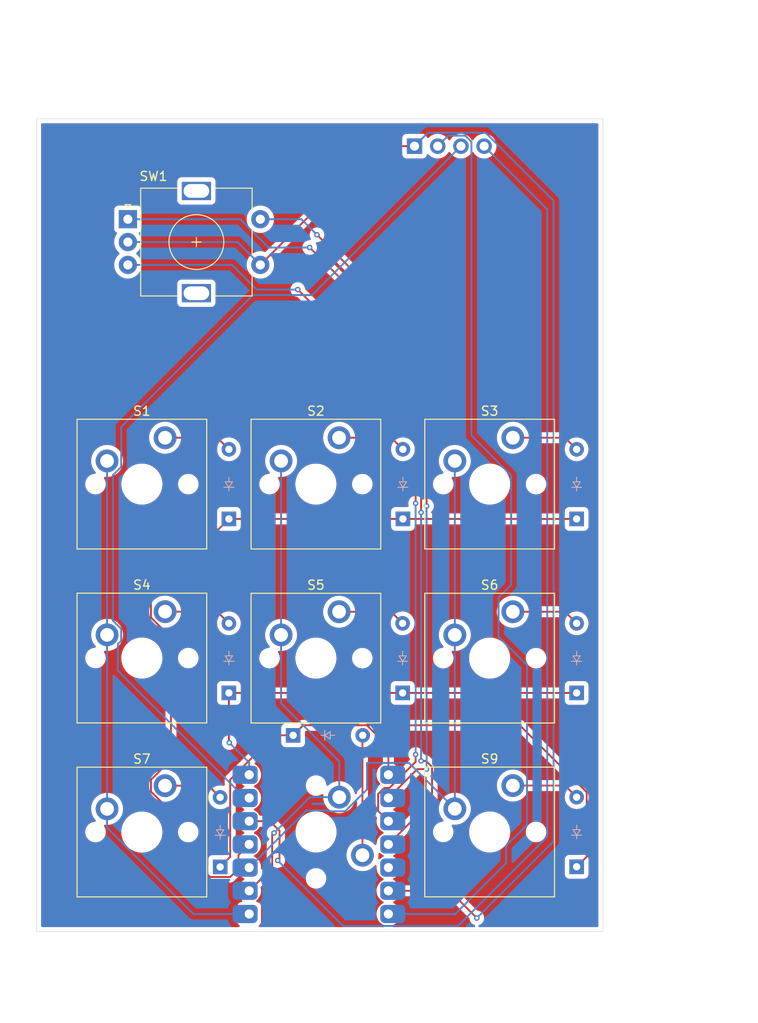
<source format=kicad_pcb>
(kicad_pcb (version 20240108) (generator "pcbnew") (generator_version "8.0")
  (layers (0 "F.Cu" signal) (31 "B.Cu" signal) (34 "B.Paste" user) (35 "F.Paste" user) (36 "B.SilkS" user "B.Silkscreen") (37 "F.SilkS" user "F.Silkscreen") (38 "B.Mask" user) (39 "F.Mask" user) (44 "Edge.Cuts" user))
  (net 0 "")
  (net 1 "ROW 0")
  (net 2 "Net-(D1-A)")
  (net 3 "Net-(D2-A)")
  (net 4 "Net-(D3-A)")
  (net 5 "Net-(D4-A)")
  (net 6 "ROW 1")
  (net 7 "Net-(D5-A)")
  (net 8 "Net-(D6-A)")
  (net 9 "Net-(D7-A)")
  (net 10 "ROW 2")
  (net 11 "Net-(D8-A)")
  (net 12 "Net-(D9-A)")
  (net 13 "COLUMN 0")
  (net 14 "COLUMN 1")
  (net 15 "COLUMN 2")
  (net 16 "SCL")
  (net 17 "GROUND")
  (net 18 "5V")
  (net 19 "SDA")
  (net 20 "RTRY B")
  (net 21 "RTRY SWITCH")
  (net 22 "RTRY A")
  (footprint "ScottoKeebs_MX:MX_PCB_1.00u" (layer "F.Cu") (at 49.5325 150.09)
    (property "Reference" "S7" (at 0 -8 0) (layer "F.SilkS"))
    (property "Value" "Keyswitch")
    (fp_line (start -7.1 -7.1) (end -7.1 7.1) (stroke (width 0.12)) (layer "F.SilkS"))
    (fp_line (start -7.1 7.1) (end 7.1 7.1) (stroke (width 0.12)) (layer "F.SilkS"))
    (fp_line (start 7.1 -7.1) (end -7.1 -7.1) (stroke (width 0.12)) (layer "F.SilkS"))
    (fp_line (start 7.1 7.1) (end 7.1 -7.1) (stroke (width 0.12)) (layer "F.SilkS"))
    (pad "" np_thru_hole circle (at -5.08 0) (size 1.75 1.75) (drill 1.75) (layers "*.Cu" "*.Mask"))
    (pad "" np_thru_hole circle (at 0 0) (size 4 4) (drill 4) (layers "*.Cu" "*.Mask"))
    (pad "" np_thru_hole circle (at 5.08 0) (size 1.75 1.75) (drill 1.75) (layers "*.Cu" "*.Mask"))
    (pad "1" thru_hole circle (at -3.81 -2.54) (size 2.5 2.5) (drill 1.5) (layers "*.Cu" "*.Mask") (net 13 "COLUMN 0"))
    (pad "2" thru_hole circle (at 2.54 -5.08) (size 2.5 2.5) (drill 1.5) (layers "*.Cu" "*.Mask") (net 9 "Net-(D7-A)"))
  )
  (footprint "ScottoKeebs_MX:MX_PCB_1.00u" (layer "F.Cu") (at 87.6025 131.05)
    (property "Reference" "S6" (at 0 -8 0) (layer "F.SilkS"))
    (property "Value" "Keyswitch")
    (fp_line (start -7.1 -7.1) (end -7.1 7.1) (stroke (width 0.12)) (layer "F.SilkS"))
    (fp_line (start -7.1 7.1) (end 7.1 7.1) (stroke (width 0.12)) (layer "F.SilkS"))
    (fp_line (start 7.1 -7.1) (end -7.1 -7.1) (stroke (width 0.12)) (layer "F.SilkS"))
    (fp_line (start 7.1 7.1) (end 7.1 -7.1) (stroke (width 0.12)) (layer "F.SilkS"))
    (pad "" np_thru_hole circle (at -5.08 0) (size 1.75 1.75) (drill 1.75) (layers "*.Cu" "*.Mask"))
    (pad "" np_thru_hole circle (at 0 0) (size 4 4) (drill 4) (layers "*.Cu" "*.Mask"))
    (pad "" np_thru_hole circle (at 5.08 0) (size 1.75 1.75) (drill 1.75) (layers "*.Cu" "*.Mask"))
    (pad "1" thru_hole circle (at -3.81 -2.54) (size 2.5 2.5) (drill 1.5) (layers "*.Cu" "*.Mask") (net 15 "COLUMN 2"))
    (pad "2" thru_hole circle (at 2.54 -5.08) (size 2.5 2.5) (drill 1.5) (layers "*.Cu" "*.Mask") (net 8 "Net-(D6-A)"))
  )
  (footprint "Rotary_Encoder:RotaryEncoder_Alps_EC11E-Switch_Vertical_H20mm" (layer "F.Cu") (at 48 83)
    (property "Reference" "SW1" (at 2.8 -4.7 0) (layer "F.SilkS"))
    (property "Value" "RotaryEncoder_Switch")
    (fp_line (start -0.3 -1.6) (end 0.3 -1.6) (stroke (width 0.12)) (layer "F.SilkS"))
    (fp_line (start 0 -1.3) (end -0.3 -1.6) (stroke (width 0.12)) (layer "F.SilkS"))
    (fp_line (start 0.3 -1.6) (end 0 -1.3) (stroke (width 0.12)) (layer "F.SilkS"))
    (fp_line (start 1.4 -3.4) (end 1.4 8.4) (stroke (width 0.12)) (layer "F.SilkS"))
    (fp_line (start 5.5 -3.4) (end 1.4 -3.4) (stroke (width 0.12)) (layer "F.SilkS"))
    (fp_line (start 5.5 8.4) (end 1.4 8.4) (stroke (width 0.12)) (layer "F.SilkS"))
    (fp_line (start 7 2.5) (end 8 2.5) (stroke (width 0.12)) (layer "F.SilkS"))
    (fp_line (start 7.5 2) (end 7.5 3) (stroke (width 0.12)) (layer "F.SilkS"))
    (fp_line (start 9.5 -3.4) (end 13.6 -3.4) (stroke (width 0.12)) (layer "F.SilkS"))
    (fp_line (start 13.6 -3.4) (end 13.6 -1) (stroke (width 0.12)) (layer "F.SilkS"))
    (fp_line (start 13.6 1.2) (end 13.6 3.8) (stroke (width 0.12)) (layer "F.SilkS"))
    (fp_line (start 13.6 6) (end 13.6 8.4) (stroke (width 0.12)) (layer "F.SilkS"))
    (fp_line (start 13.6 8.4) (end 9.5 8.4) (stroke (width 0.12)) (layer "F.SilkS"))
    (fp_circle (center 7.5 2.5) (end 10.5 2.5) (stroke (width 0.12)) (fill none) (layer "F.SilkS"))
    (pad "A" thru_hole rect (at 0 0) (size 2 2) (drill 1) (layers "*.Cu" "*.Mask") (net 22 "RTRY A"))
    (pad "B" thru_hole circle (at 0 5) (size 2 2) (drill 1) (layers "*.Cu" "*.Mask") (net 20 "RTRY B"))
    (pad "C" thru_hole circle (at 0 2.5) (size 2 2) (drill 1) (layers "*.Cu" "*.Mask") (net 17 "GROUND"))
    (pad "MP" thru_hole rect (at 7.5 -3.1) (size 3.2 2) (drill oval 2.8 1.5) (layers "*.Cu" "*.Mask"))
    (pad "MP" thru_hole rect (at 7.5 8.1) (size 3.2 2) (drill oval 2.8 1.5) (layers "*.Cu" "*.Mask"))
    (pad "S1" thru_hole circle (at 14.5 5) (size 2 2) (drill 1) (layers "*.Cu" "*.Mask") (net 17 "GROUND"))
    (pad "S2" thru_hole circle (at 14.5 0) (size 2 2) (drill 1) (layers "*.Cu" "*.Mask") (net 21 "RTRY SWITCH"))
  )
  (footprint "ScottoKeebs_MX:MX_PCB_1.00u" (layer "F.Cu") (at 68.5825 112)
    (property "Reference" "S2" (at 0 -8 0) (layer "F.SilkS"))
    (property "Value" "Keyswitch")
    (fp_line (start -7.1 -7.1) (end -7.1 7.1) (stroke (width 0.12)) (layer "F.SilkS"))
    (fp_line (start -7.1 7.1) (end 7.1 7.1) (stroke (width 0.12)) (layer "F.SilkS"))
    (fp_line (start 7.1 -7.1) (end -7.1 -7.1) (stroke (width 0.12)) (layer "F.SilkS"))
    (fp_line (start 7.1 7.1) (end 7.1 -7.1) (stroke (width 0.12)) (layer "F.SilkS"))
    (pad "" np_thru_hole circle (at -5.08 0) (size 1.75 1.75) (drill 1.75) (layers "*.Cu" "*.Mask"))
    (pad "" np_thru_hole circle (at 0 0) (size 4 4) (drill 4) (layers "*.Cu" "*.Mask"))
    (pad "" np_thru_hole circle (at 5.08 0) (size 1.75 1.75) (drill 1.75) (layers "*.Cu" "*.Mask"))
    (pad "1" thru_hole circle (at -3.81 -2.54) (size 2.5 2.5) (drill 1.5) (layers "*.Cu" "*.Mask") (net 14 "COLUMN 1"))
    (pad "2" thru_hole circle (at 2.54 -5.08) (size 2.5 2.5) (drill 1.5) (layers "*.Cu" "*.Mask") (net 3 "Net-(D2-A)"))
  )
  (footprint "ScottoKeebs_MX:MX_PCB_1.00u" (layer "F.Cu") (at 68.6 150.08 -90)
    (property "Reference" "S8" (hide yes))
    (property "Value" "Keyswitch")
    (pad "" np_thru_hole circle (at -5.08 0 270) (size 1.75 1.75) (drill 1.75) (layers "*.Cu" "*.Mask"))
    (pad "" np_thru_hole circle (at 0 0 270) (size 4 4) (drill 4) (layers "*.Cu" "*.Mask"))
    (pad "" np_thru_hole circle (at 5.08 0 270) (size 1.75 1.75) (drill 1.75) (layers "*.Cu" "*.Mask"))
    (pad "1" thru_hole circle (at -3.81 -2.54 270) (size 2.5 2.5) (drill 1.5) (layers "*.Cu" "*.Mask") (net 14 "COLUMN 1"))
    (pad "2" thru_hole circle (at 2.54 -5.08 270) (size 2.5 2.5) (drill 1.5) (layers "*.Cu" "*.Mask") (net 11 "Net-(D8-A)"))
  )
  (footprint "ScottoKeebs_MX:MX_PCB_1.00u" (layer "F.Cu") (at 68.5825 131.05)
    (property "Reference" "S5" (at 0 -8 0) (layer "F.SilkS"))
    (property "Value" "Keyswitch")
    (fp_line (start -7.1 -7.1) (end -7.1 7.1) (stroke (width 0.12)) (layer "F.SilkS"))
    (fp_line (start -7.1 7.1) (end 7.1 7.1) (stroke (width 0.12)) (layer "F.SilkS"))
    (fp_line (start 7.1 -7.1) (end -7.1 -7.1) (stroke (width 0.12)) (layer "F.SilkS"))
    (fp_line (start 7.1 7.1) (end 7.1 -7.1) (stroke (width 0.12)) (layer "F.SilkS"))
    (pad "" np_thru_hole circle (at -5.08 0) (size 1.75 1.75) (drill 1.75) (layers "*.Cu" "*.Mask"))
    (pad "" np_thru_hole circle (at 0 0) (size 4 4) (drill 4) (layers "*.Cu" "*.Mask"))
    (pad "" np_thru_hole circle (at 5.08 0) (size 1.75 1.75) (drill 1.75) (layers "*.Cu" "*.Mask"))
    (pad "1" thru_hole circle (at -3.81 -2.54) (size 2.5 2.5) (drill 1.5) (layers "*.Cu" "*.Mask") (net 14 "COLUMN 1"))
    (pad "2" thru_hole circle (at 2.54 -5.08) (size 2.5 2.5) (drill 1.5) (layers "*.Cu" "*.Mask") (net 7 "Net-(D5-A)"))
  )
  (footprint "ScottoKeebs_MX:MX_PCB_1.00u" (layer "F.Cu") (at 87.6025 150.08)
    (property "Reference" "S9" (at 0 -8 0) (layer "F.SilkS"))
    (property "Value" "Keyswitch")
    (fp_line (start -7.1 -7.1) (end -7.1 7.1) (stroke (width 0.12)) (layer "F.SilkS"))
    (fp_line (start -7.1 7.1) (end 7.1 7.1) (stroke (width 0.12)) (layer "F.SilkS"))
    (fp_line (start 7.1 -7.1) (end -7.1 -7.1) (stroke (width 0.12)) (layer "F.SilkS"))
    (fp_line (start 7.1 7.1) (end 7.1 -7.1) (stroke (width 0.12)) (layer "F.SilkS"))
    (pad "" np_thru_hole circle (at -5.08 0) (size 1.75 1.75) (drill 1.75) (layers "*.Cu" "*.Mask"))
    (pad "" np_thru_hole circle (at 0 0) (size 4 4) (drill 4) (layers "*.Cu" "*.Mask"))
    (pad "" np_thru_hole circle (at 5.08 0) (size 1.75 1.75) (drill 1.75) (layers "*.Cu" "*.Mask"))
    (pad "1" thru_hole circle (at -3.81 -2.54) (size 2.5 2.5) (drill 1.5) (layers "*.Cu" "*.Mask") (net 15 "COLUMN 2"))
    (pad "2" thru_hole circle (at 2.54 -5.08) (size 2.5 2.5) (drill 1.5) (layers "*.Cu" "*.Mask") (net 12 "Net-(D9-A)"))
  )
  (footprint "ScottoKeebs_MX:MX_PCB_1.00u" (layer "F.Cu") (at 49.5325 112)
    (property "Reference" "S1" (at 0 -8 0) (layer "F.SilkS"))
    (property "Value" "Keyswitch")
    (fp_line (start -7.1 -7.1) (end -7.1 7.1) (stroke (width 0.12)) (layer "F.SilkS"))
    (fp_line (start -7.1 7.1) (end 7.1 7.1) (stroke (width 0.12)) (layer "F.SilkS"))
    (fp_line (start 7.1 -7.1) (end -7.1 -7.1) (stroke (width 0.12)) (layer "F.SilkS"))
    (fp_line (start 7.1 7.1) (end 7.1 -7.1) (stroke (width 0.12)) (layer "F.SilkS"))
    (pad "" np_thru_hole circle (at -5.08 0) (size 1.75 1.75) (drill 1.75) (layers "*.Cu" "*.Mask"))
    (pad "" np_thru_hole circle (at 0 0) (size 4 4) (drill 4) (layers "*.Cu" "*.Mask"))
    (pad "" np_thru_hole circle (at 5.08 0) (size 1.75 1.75) (drill 1.75) (layers "*.Cu" "*.Mask"))
    (pad "1" thru_hole circle (at -3.81 -2.54) (size 2.5 2.5) (drill 1.5) (layers "*.Cu" "*.Mask") (net 13 "COLUMN 0"))
    (pad "2" thru_hole circle (at 2.54 -5.08) (size 2.5 2.5) (drill 1.5) (layers "*.Cu" "*.Mask") (net 2 "Net-(D1-A)"))
  )
  (footprint "ScottoKeebs_MX:MX_PCB_1.00u" (layer "F.Cu") (at 87.6025 112)
    (property "Reference" "S3" (at 0 -8 0) (layer "F.SilkS"))
    (property "Value" "Keyswitch")
    (fp_line (start -7.1 -7.1) (end -7.1 7.1) (stroke (width 0.12)) (layer "F.SilkS"))
    (fp_line (start -7.1 7.1) (end 7.1 7.1) (stroke (width 0.12)) (layer "F.SilkS"))
    (fp_line (start 7.1 -7.1) (end -7.1 -7.1) (stroke (width 0.12)) (layer "F.SilkS"))
    (fp_line (start 7.1 7.1) (end 7.1 -7.1) (stroke (width 0.12)) (layer "F.SilkS"))
    (pad "" np_thru_hole circle (at -5.08 0) (size 1.75 1.75) (drill 1.75) (layers "*.Cu" "*.Mask"))
    (pad "" np_thru_hole circle (at 0 0) (size 4 4) (drill 4) (layers "*.Cu" "*.Mask"))
    (pad "" np_thru_hole circle (at 5.08 0) (size 1.75 1.75) (drill 1.75) (layers "*.Cu" "*.Mask"))
    (pad "1" thru_hole circle (at -3.81 -2.54) (size 2.5 2.5) (drill 1.5) (layers "*.Cu" "*.Mask") (net 15 "COLUMN 2"))
    (pad "2" thru_hole circle (at 2.54 -5.08) (size 2.5 2.5) (drill 1.5) (layers "*.Cu" "*.Mask") (net 4 "Net-(D3-A)"))
  )
  (footprint "ScottoKeebs_Components:OLED_128x64" (layer "F.Cu") (at 83.19 75)
    (property "Reference" "J1" (hide yes))
    (property "Value" "OLED_128x64")
    (pad "1" thru_hole rect (at -3.81 0 90) (size 1.7 1.7) (drill 1) (layers "*.Cu" "*.Mask") (net 17 "GROUND"))
    (pad "2" thru_hole oval (at -1.27 0 90) (size 1.7 1.7) (drill 1) (layers "*.Cu" "*.Mask") (net 18 "5V"))
    (pad "3" thru_hole oval (at 1.27 0 90) (size 1.7 1.7) (drill 1) (layers "*.Cu" "*.Mask") (net 16 "SCL"))
    (pad "4" thru_hole oval (at 3.81 0 90) (size 1.7 1.7) (drill 1) (layers "*.Cu" "*.Mask") (net 19 "SDA"))
  )
  (footprint "ScottoKeebs_MX:MX_PCB_1.00u" (layer "F.Cu") (at 49.5325 131.04)
    (property "Reference" "S4" (at 0 -8 0) (layer "F.SilkS"))
    (property "Value" "Keyswitch")
    (fp_line (start -7.1 -7.1) (end -7.1 7.1) (stroke (width 0.12)) (layer "F.SilkS"))
    (fp_line (start -7.1 7.1) (end 7.1 7.1) (stroke (width 0.12)) (layer "F.SilkS"))
    (fp_line (start 7.1 -7.1) (end -7.1 -7.1) (stroke (width 0.12)) (layer "F.SilkS"))
    (fp_line (start 7.1 7.1) (end 7.1 -7.1) (stroke (width 0.12)) (layer "F.SilkS"))
    (pad "" np_thru_hole circle (at -5.08 0) (size 1.75 1.75) (drill 1.75) (layers "*.Cu" "*.Mask"))
    (pad "" np_thru_hole circle (at 0 0) (size 4 4) (drill 4) (layers "*.Cu" "*.Mask"))
    (pad "" np_thru_hole circle (at 5.08 0) (size 1.75 1.75) (drill 1.75) (layers "*.Cu" "*.Mask"))
    (pad "1" thru_hole circle (at -3.81 -2.54) (size 2.5 2.5) (drill 1.5) (layers "*.Cu" "*.Mask") (net 13 "COLUMN 0"))
    (pad "2" thru_hole circle (at 2.54 -5.08) (size 2.5 2.5) (drill 1.5) (layers "*.Cu" "*.Mask") (net 5 "Net-(D4-A)"))
  )
  (footprint "ScottoKeebs_Components:Diode_DO-35" (layer "B.Cu") (at 97.1275 115.81 90)
    (property "Reference" "D3" (hide yes))
    (property "Value" "Diode" (hide yes))
    (fp_line (start 3.46 -0.55) (end 3.46 0.55) (stroke (width 0.1)) (layer "B.SilkS"))
    (fp_line (start 4.06 -0.4) (end 4.06 0.4) (stroke (width 0.1)) (layer "B.SilkS"))
    (fp_line (start 4.56 0) (end 4.06 0) (stroke (width 0.1)) (layer "B.SilkS"))
    (fp_line (start 3.46 0) (end 4.06 -0.4) (stroke (width 0.1)) (layer "B.SilkS"))
    (fp_line (start 3.46 0) (end 3.06 0) (stroke (width 0.1)) (layer "B.SilkS"))
    (fp_line (start 4.06 0.4) (end 3.46 0) (stroke (width 0.1)) (layer "B.SilkS"))
    (pad "1" thru_hole rect (at 0 0 90) (size 1.6 1.6) (drill 0.8) (layers "*.Cu" "*.Mask") (net 1 "ROW 0"))
    (pad "2" thru_hole oval (at 7.62 0 90) (size 1.6 1.6) (drill 0.8) (layers "*.Cu" "*.Mask") (net 4 "Net-(D3-A)"))
  )
  (footprint "ScottoKeebs_Components:Diode_DO-35" (layer "B.Cu") (at 66.09 139.5)
    (property "Reference" "D8" (hide yes))
    (property "Value" "Diode" (hide yes))
    (fp_line (start 3.46 -0.55) (end 3.46 0.55) (stroke (width 0.1)) (layer "B.SilkS"))
    (fp_line (start 3.46 0) (end 3.06 0) (stroke (width 0.1)) (layer "B.SilkS"))
    (fp_line (start 3.46 0) (end 4.06 -0.4) (stroke (width 0.1)) (layer "B.SilkS"))
    (fp_line (start 4.06 -0.4) (end 4.06 0.4) (stroke (width 0.1)) (layer "B.SilkS"))
    (fp_line (start 4.06 0.4) (end 3.46 0) (stroke (width 0.1)) (layer "B.SilkS"))
    (fp_line (start 4.56 0) (end 4.06 0) (stroke (width 0.1)) (layer "B.SilkS"))
    (pad "1" thru_hole rect (at 0 0) (size 1.6 1.6) (drill 0.8) (layers "*.Cu" "*.Mask") (net 10 "ROW 2"))
    (pad "2" thru_hole oval (at 7.62 0) (size 1.6 1.6) (drill 0.8) (layers "*.Cu" "*.Mask") (net 11 "Net-(D8-A)"))
  )
  (footprint "ScottoKeebs_Components:Diode_DO-35" (layer "B.Cu") (at 97.1275 153.89 90)
    (property "Reference" "D9" (hide yes))
    (property "Value" "Diode" (hide yes))
    (fp_line (start 3.46 -0.55) (end 3.46 0.55) (stroke (width 0.1)) (layer "B.SilkS"))
    (fp_line (start 4.06 -0.4) (end 4.06 0.4) (stroke (width 0.1)) (layer "B.SilkS"))
    (fp_line (start 4.56 0) (end 4.06 0) (stroke (width 0.1)) (layer "B.SilkS"))
    (fp_line (start 3.46 0) (end 4.06 -0.4) (stroke (width 0.1)) (layer "B.SilkS"))
    (fp_line (start 3.46 0) (end 3.06 0) (stroke (width 0.1)) (layer "B.SilkS"))
    (fp_line (start 4.06 0.4) (end 3.46 0) (stroke (width 0.1)) (layer "B.SilkS"))
    (pad "1" thru_hole rect (at 0 0 90) (size 1.6 1.6) (drill 0.8) (layers "*.Cu" "*.Mask") (net 10 "ROW 2"))
    (pad "2" thru_hole oval (at 7.62 0 90) (size 1.6 1.6) (drill 0.8) (layers "*.Cu" "*.Mask") (net 12 "Net-(D9-A)"))
  )
  (footprint "ScottoKeebs_Components:Diode_DO-35" (layer "B.Cu") (at 58.1 153.91 90)
    (property "Reference" "D7" (hide yes))
    (property "Value" "Diode" (hide yes))
    (fp_line (start 3.46 -0.55) (end 3.46 0.55) (stroke (width 0.1)) (layer "B.SilkS"))
    (fp_line (start 4.06 -0.4) (end 4.06 0.4) (stroke (width 0.1)) (layer "B.SilkS"))
    (fp_line (start 4.56 0) (end 4.06 0) (stroke (width 0.1)) (layer "B.SilkS"))
    (fp_line (start 3.46 0) (end 4.06 -0.4) (stroke (width 0.1)) (layer "B.SilkS"))
    (fp_line (start 3.46 0) (end 3.06 0) (stroke (width 0.1)) (layer "B.SilkS"))
    (fp_line (start 4.06 0.4) (end 3.46 0) (stroke (width 0.1)) (layer "B.SilkS"))
    (pad "1" thru_hole rect (at 0 0 90) (size 1.6 1.6) (drill 0.8) (layers "*.Cu" "*.Mask") (net 10 "ROW 2"))
    (pad "2" thru_hole oval (at 7.62 0 90) (size 1.6 1.6) (drill 0.8) (layers "*.Cu" "*.Mask") (net 9 "Net-(D7-A)"))
  )
  (footprint "ScottoKeebs_Components:Diode_DO-35" (layer "B.Cu") (at 59.0575 115.81 90)
    (property "Reference" "D1" (hide yes))
    (property "Value" "Diode" (hide yes))
    (fp_line (start 3.46 -0.55) (end 3.46 0.55) (stroke (width 0.1)) (layer "B.SilkS"))
    (fp_line (start 4.06 -0.4) (end 4.06 0.4) (stroke (width 0.1)) (layer "B.SilkS"))
    (fp_line (start 4.56 0) (end 4.06 0) (stroke (width 0.1)) (layer "B.SilkS"))
    (fp_line (start 3.46 0) (end 4.06 -0.4) (stroke (width 0.1)) (layer "B.SilkS"))
    (fp_line (start 3.46 0) (end 3.06 0) (stroke (width 0.1)) (layer "B.SilkS"))
    (fp_line (start 4.06 0.4) (end 3.46 0) (stroke (width 0.1)) (layer "B.SilkS"))
    (pad "1" thru_hole rect (at 0 0 90) (size 1.6 1.6) (drill 0.8) (layers "*.Cu" "*.Mask") (net 1 "ROW 0"))
    (pad "2" thru_hole oval (at 7.62 0 90) (size 1.6 1.6) (drill 0.8) (layers "*.Cu" "*.Mask") (net 2 "Net-(D1-A)"))
  )
  (footprint "ScottoKeebs_MCU:Seeed_XIAO_RP2040" (layer "B.Cu") (at 68.9 151.44)
    (property "Reference" "U1" (hide yes))
    (property "Value" "MCU_Seeed_XIAO_RP2040")
    (pad "1" smd roundrect (at -8.065 7.62) (size 2.75 2) (layers "B.Cu" "B.Paste" "B.Mask") (net 13 "COLUMN 0"))
    (pad "1" thru_hole rect (at -7.62 7.62 270) (size 1.6 1.6) (drill 1) (layers "*.Cu" "*.Mask") (net 13 "COLUMN 0"))
    (pad "2" smd roundrect (at -8.065 5.08) (size 2.75 2) (layers "B.Cu" "B.Paste" "B.Mask") (net 14 "COLUMN 1"))
    (pad "2" thru_hole circle (at -7.62 5.08 270) (size 1.6 1.6) (drill 1) (layers "*.Cu" "*.Mask") (net 14 "COLUMN 1"))
    (pad "3" smd roundrect (at -8.065 2.54) (size 2.75 2) (layers "B.Cu" "B.Paste" "B.Mask") (net 15 "COLUMN 2"))
    (pad "3" thru_hole circle (at -7.62 2.54 270) (size 1.6 1.6) (drill 1) (layers "*.Cu" "*.Mask") (net 15 "COLUMN 2"))
    (pad "4" smd roundrect (at -8.065 0) (size 2.75 2) (layers "B.Cu" "B.Paste" "B.Mask") (net 1 "ROW 0"))
    (pad "4" thru_hole circle (at -7.62 0 270) (size 1.6 1.6) (drill 1) (layers "*.Cu" "*.Mask") (net 1 "ROW 0"))
    (pad "5" smd roundrect (at -8.065 -2.54) (size 2.75 2) (layers "B.Cu" "B.Paste" "B.Mask") (net 19 "SDA"))
    (pad "5" thru_hole circle (at -7.62 -2.54 270) (size 1.6 1.6) (drill 1) (layers "*.Cu" "*.Mask") (net 19 "SDA"))
    (pad "6" smd roundrect (at -8.065 -5.08) (size 2.75 2) (layers "B.Cu" "B.Paste" "B.Mask") (net 16 "SCL"))
    (pad "6" thru_hole circle (at -7.62 -5.08 270) (size 1.6 1.6) (drill 1) (layers "*.Cu" "*.Mask") (net 16 "SCL"))
    (pad "7" smd roundrect (at -8.065 -7.62) (size 2.75 2) (layers "B.Cu" "B.Paste" "B.Mask") (net 6 "ROW 1"))
    (pad "7" thru_hole circle (at -7.62 -7.62 270) (size 1.6 1.6) (drill 1) (layers "*.Cu" "*.Mask") (net 6 "ROW 1"))
    (pad "8" thru_hole circle (at 7.62 -7.62 270) (size 1.6 1.6) (drill 1) (layers "*.Cu" "*.Mask") (net 10 "ROW 2"))
    (pad "8" smd roundrect (at 8.1 -7.62) (size 2.75 2) (layers "B.Cu" "B.Paste" "B.Mask") (net 10 "ROW 2"))
    (pad "9" thru_hole circle (at 7.62 -5.08 270) (size 1.6 1.6) (drill 1) (layers "*.Cu" "*.Mask") (net 21 "RTRY SWITCH"))
    (pad "9" smd roundrect (at 8.1 -5.08) (size 2.75 2) (layers "B.Cu" "B.Paste" "B.Mask") (net 21 "RTRY SWITCH"))
    (pad "10" thru_hole circle (at 7.62 -2.54 270) (size 1.6 1.6) (drill 1) (layers "*.Cu" "*.Mask") (net 20 "RTRY B"))
    (pad "10" smd roundrect (at 8.1 -2.54) (size 2.75 2) (layers "B.Cu" "B.Paste" "B.Mask") (net 20 "RTRY B"))
    (pad "11" thru_hole circle (at 7.62 0 270) (size 1.6 1.6) (drill 1) (layers "*.Cu" "*.Mask") (net 22 "RTRY A"))
    (pad "11" smd roundrect (at 8.1 0) (size 2.75 2) (layers "B.Cu" "B.Paste" "B.Mask") (net 22 "RTRY A"))
    (pad "12" thru_hole circle (at 7.62 2.54 270) (size 1.6 1.6) (drill 1) (layers "*.Cu" "*.Mask"))
    (pad "12" smd roundrect (at 8.1 2.54) (size 2.75 2) (layers "B.Cu" "B.Paste" "B.Mask"))
    (pad "13" thru_hole circle (at 7.62 5.08 270) (size 1.6 1.6) (drill 1) (layers "*.Cu" "*.Mask") (net 17 "GROUND"))
    (pad "13" smd roundrect (at 8.1 5.08) (size 2.75 2) (layers "B.Cu" "B.Paste" "B.Mask") (net 17 "GROUND"))
    (pad "14" thru_hole circle (at 7.62 7.62 270) (size 1.6 1.6) (drill 1) (layers "*.Cu" "*.Mask") (net 18 "5V"))
    (pad "14" smd roundrect (at 8.1 7.62) (size 2.75 2) (layers "B.Cu" "B.Paste" "B.Mask") (net 18 "5V"))
  )
  (footprint "ScottoKeebs_Components:Diode_DO-35" (layer "B.Cu") (at 97.1275 134.86 90)
    (property "Reference" "D6" (hide yes))
    (property "Value" "Diode" (hide yes))
    (fp_line (start 3.46 -0.55) (end 3.46 0.55) (stroke (width 0.1)) (layer "B.SilkS"))
    (fp_line (start 4.06 -0.4) (end 4.06 0.4) (stroke (width 0.1)) (layer "B.SilkS"))
    (fp_line (start 4.56 0) (end 4.06 0) (stroke (width 0.1)) (layer "B.SilkS"))
    (fp_line (start 3.46 0) (end 4.06 -0.4) (stroke (width 0.1)) (layer "B.SilkS"))
    (fp_line (start 3.46 0) (end 3.06 0) (stroke (width 0.1)) (layer "B.SilkS"))
    (fp_line (start 4.06 0.4) (end 3.46 0) (stroke (width 0.1)) (layer "B.SilkS"))
    (pad "1" thru_hole rect (at 0 0 90) (size 1.6 1.6) (drill 0.8) (layers "*.Cu" "*.Mask") (net 6 "ROW 1"))
    (pad "2" thru_hole oval (at 7.62 0 90) (size 1.6 1.6) (drill 0.8) (layers "*.Cu" "*.Mask") (net 8 "Net-(D6-A)"))
  )
  (footprint "ScottoKeebs_Components:Diode_DO-35" (layer "B.Cu") (at 59.0575 134.86 90)
    (property "Reference" "D4" (hide yes))
    (property "Value" "Diode" (hide yes))
    (fp_line (start 3.46 -0.55) (end 3.46 0.55) (stroke (width 0.1)) (layer "B.SilkS"))
    (fp_line (start 4.06 -0.4) (end 4.06 0.4) (stroke (width 0.1)) (layer "B.SilkS"))
    (fp_line (start 4.56 0) (end 4.06 0) (stroke (width 0.1)) (layer "B.SilkS"))
    (fp_line (start 3.46 0) (end 4.06 -0.4) (stroke (width 0.1)) (layer "B.SilkS"))
    (fp_line (start 3.46 0) (end 3.06 0) (stroke (width 0.1)) (layer "B.SilkS"))
    (fp_line (start 4.06 0.4) (end 3.46 0) (stroke (width 0.1)) (layer "B.SilkS"))
    (pad "1" thru_hole rect (at 0 0 90) (size 1.6 1.6) (drill 0.8) (layers "*.Cu" "*.Mask") (net 6 "ROW 1"))
    (pad "2" thru_hole oval (at 7.62 0 90) (size 1.6 1.6) (drill 0.8) (layers "*.Cu" "*.Mask") (net 5 "Net-(D4-A)"))
  )
  (footprint "ScottoKeebs_Components:Diode_DO-35" (layer "B.Cu") (at 78.0775 134.86 90)
    (property "Reference" "D5" (hide yes))
    (property "Value" "Diode" (hide yes))
    (fp_line (start 3.46 -0.55) (end 3.46 0.55) (stroke (width 0.1)) (layer "B.SilkS"))
    (fp_line (start 4.06 -0.4) (end 4.06 0.4) (stroke (width 0.1)) (layer "B.SilkS"))
    (fp_line (start 4.56 0) (end 4.06 0) (stroke (width 0.1)) (layer "B.SilkS"))
    (fp_line (start 3.46 0) (end 4.06 -0.4) (stroke (width 0.1)) (layer "B.SilkS"))
    (fp_line (start 3.46 0) (end 3.06 0) (stroke (width 0.1)) (layer "B.SilkS"))
    (fp_line (start 4.06 0.4) (end 3.46 0) (stroke (width 0.1)) (layer "B.SilkS"))
    (pad "1" thru_hole rect (at 0 0 90) (size 1.6 1.6) (drill 0.8) (layers "*.Cu" "*.Mask") (net 6 "ROW 1"))
    (pad "2" thru_hole oval (at 7.62 0 90) (size 1.6 1.6) (drill 0.8) (layers "*.Cu" "*.Mask") (net 7 "Net-(D5-A)"))
  )
  (footprint "ScottoKeebs_Components:Diode_DO-35" (layer "B.Cu") (at 78.1075 115.81 90)
    (property "Reference" "D2" (hide yes))
    (property "Value" "Diode" (hide yes))
    (fp_line (start 3.46 -0.55) (end 3.46 0.55) (stroke (width 0.1)) (layer "B.SilkS"))
    (fp_line (start 4.06 -0.4) (end 4.06 0.4) (stroke (width 0.1)) (layer "B.SilkS"))
    (fp_line (start 4.56 0) (end 4.06 0) (stroke (width 0.1)) (layer "B.SilkS"))
    (fp_line (start 3.46 0) (end 4.06 -0.4) (stroke (width 0.1)) (layer "B.SilkS"))
    (fp_line (start 3.46 0) (end 3.06 0) (stroke (width 0.1)) (layer "B.SilkS"))
    (fp_line (start 4.06 0.4) (end 3.46 0) (stroke (width 0.1)) (layer "B.SilkS"))
    (pad "1" thru_hole rect (at 0 0 90) (size 1.6 1.6) (drill 0.8) (layers "*.Cu" "*.Mask") (net 1 "ROW 0"))
    (pad "2" thru_hole oval (at 7.62 0 90) (size 1.6 1.6) (drill 0.8) (layers "*.Cu" "*.Mask") (net 3 "Net-(D2-A)"))
  )
  (gr_rect (start 38 72) (end 100 161) (stroke (width 0.05)) (fill none) (layer "Edge.Cuts"))
  (segment (start 52.714532 150.724532) (end 57 155.01) (width 0.2) (layer "F.Cu") (net 1))
  (segment (start 50.5225 144.367968) (end 50.5225 145.652032) (width 0.2) (layer "F.Cu") (net 1))
  (segment (start 52.714532 128.794064) (end 52.714532 142.175936) (width 0.2) (layer "F.Cu") (net 1))
  (segment (start 52.714532 142.175936) (end 50.5225 144.367968) (width 0.2) (layer "F.Cu") (net 1))
  (segment (start 50.5225 145.652032) (end 52.714532 147.844064) (width 0.2) (layer "F.Cu") (net 1))
  (segment (start 52.714532 147.844064) (end 52.714532 150.724532) (width 0.2) (layer "F.Cu") (net 1))
  (segment (start 50.5225 124.345) (end 50.5225 126.602032) (width 0.2) (layer "F.Cu") (net 1))
  (segment (start 60.1 152.62) (end 61.28 151.44) (width 0.2) (layer "F.Cu") (net 1))
  (segment (start 57 155.01) (end 59.2 155.01) (width 0.2) (layer "F.Cu") (net 1))
  (segment (start 59.2 155.01) (end 60.1 154.11) (width 0.2) (layer "F.Cu") (net 1))
  (segment (start 59.0575 115.81) (end 97.1275 115.81) (width 0.2) (layer "F.Cu") (net 1))
  (segment (start 59.0575 115.81) (end 50.5225 124.345) (width 0.2) (layer "F.Cu") (net 1))
  (segment (start 60.1 154.11) (end 60.1 152.62) (width 0.2) (layer "F.Cu") (net 1))
  (segment (start 50.5225 126.602032) (end 52.714532 128.794064) (width 0.2) (layer "F.Cu") (net 1))
  (segment (start 57.7875 106.92) (end 59.0575 108.19) (width 0.2) (layer "F.Cu") (net 2))
  (segment (start 52.0725 106.92) (end 57.7875 106.92) (width 0.2) (layer "F.Cu") (net 2))
  (segment (start 76.8375 106.92) (end 78.1075 108.19) (width 0.2) (layer "F.Cu") (net 3))
  (segment (start 71.1225 106.92) (end 76.8375 106.92) (width 0.2) (layer "F.Cu") (net 3))
  (segment (start 90.1425 106.92) (end 95.8575 106.92) (width 0.2) (layer "F.Cu") (net 4))
  (segment (start 95.8575 106.92) (end 97.1275 108.19) (width 0.2) (layer "F.Cu") (net 4))
  (segment (start 52.0725 125.96) (end 57.7775 125.96) (width 0.2) (layer "F.Cu") (net 5))
  (segment (start 57.7775 125.96) (end 59.0575 127.24) (width 0.2) (layer "F.Cu") (net 5))
  (segment (start 59.0575 140.2575) (end 59.1 140.3) (width 0.2) (layer "F.Cu") (net 6))
  (segment (start 59.0575 134.86) (end 97.1275 134.86) (width 0.2) (layer "F.Cu") (net 6))
  (segment (start 59.0575 134.86) (end 59.0575 140.2575) (width 0.2) (layer "F.Cu") (net 6))
  (segment (start 97.1275 134.86) (end 97.3225 134.86) (width 0.2) (layer "F.Cu") (net 6))
  (via (at 59.1 140.3) (size 0.6) (drill 0.3) (layers "F.Cu" "B.Cu") (net 6))
  (segment (start 59.1 140.3) (end 61.28 142.48) (width 0.2) (layer "B.Cu") (net 6))
  (segment (start 61.28 142.48) (end 61.28 143.82) (width 0.2) (layer "B.Cu") (net 6))
  (segment (start 71.1225 125.97) (end 76.8075 125.97) (width 0.2) (layer "F.Cu") (net 7))
  (segment (start 76.8075 125.97) (end 78.0775 127.24) (width 0.2) (layer "F.Cu") (net 7))
  (segment (start 95.8575 125.97) (end 97.1275 127.24) (width 0.2) (layer "F.Cu") (net 8))
  (segment (start 90.1425 125.97) (end 95.8575 125.97) (width 0.2) (layer "F.Cu") (net 8))
  (segment (start 52.0725 145.01) (end 56.82 145.01) (width 0.2) (layer "F.Cu") (net 9))
  (segment (start 56.82 145.01) (end 58.1 146.29) (width 0.2) (layer "F.Cu") (net 9))
  (segment (start 76.52 140.754365) (end 74.165635 138.4) (width 0.2) (layer "F.Cu") (net 10))
  (segment (start 64.044365 139.5) (end 59.2 144.344365) (width 0.2) (layer "F.Cu") (net 10))
  (segment (start 98.2275 152.79) (end 98.2275 145.7275) (width 0.2) (layer "F.Cu") (net 10))
  (segment (start 98.2275 145.7275) (end 90.9 138.4) (width 0.2) (layer "F.Cu") (net 10))
  (segment (start 90.9 138.4) (end 67.19 138.4) (width 0.2) (layer "F.Cu") (net 10))
  (segment (start 74.165635 138.4) (end 67.19 138.4) (width 0.2) (layer "F.Cu") (net 10))
  (segment (start 66.09 139.5) (end 64.044365 139.5) (width 0.2) (layer "F.Cu") (net 10))
  (segment (start 97.1275 153.89) (end 98.2275 152.79) (width 0.2) (layer "F.Cu") (net 10))
  (segment (start 59.2 144.344365) (end 59.2 152.81) (width 0.2) (layer "F.Cu") (net 10))
  (segment (start 76.52 143.82) (end 76.52 140.754365) (width 0.2) (layer "F.Cu") (net 10))
  (segment (start 97.1275 153.89) (end 97.2925 153.89) (width 0.2) (layer "F.Cu") (net 10))
  (segment (start 97.1175 153.9) (end 97.1275 153.89) (width 0.2) (layer "F.Cu") (net 10))
  (segment (start 59.2 152.81) (end 58.1 153.91) (width 0.2) (layer "F.Cu") (net 10))
  (segment (start 67.19 138.4) (end 66.09 139.5) (width 0.2) (layer "F.Cu") (net 10))
  (segment (start 73.68 139.53) (end 73.71 139.5) (width 0.2) (layer "F.Cu") (net 11))
  (segment (start 73.68 152.62) (end 73.68 139.53) (width 0.2) (layer "F.Cu") (net 11))
  (segment (start 95.8575 145) (end 97.1275 146.27) (width 0.2) (layer "F.Cu") (net 12))
  (segment (start 90.1425 145) (end 95.8575 145) (width 0.2) (layer "F.Cu") (net 12))
  (segment (start 45.7225 147.55) (end 45.7225 149.609059) (width 0.2) (layer "B.Cu") (net 13))
  (segment (start 55.173441 159.06) (end 60.835 159.06) (width 0.2) (layer "B.Cu") (net 13))
  (segment (start 45.7225 109.46) (end 45.7225 147.55) (width 0.2) (layer "B.Cu") (net 13))
  (segment (start 45.7225 149.609059) (end 55.173441 159.06) (width 0.2) (layer "B.Cu") (net 13))
  (segment (start 63.8 154) (end 61.28 156.52) (width 0.2) (layer "F.Cu") (net 14))
  (segment (start 63.8 150.4) (end 63.8 154) (width 0.2) (layer "F.Cu") (net 14))
  (segment (start 64 150.2) (end 63.8 150.4) (width 0.2) (layer "F.Cu") (net 14))
  (via (at 64 150.2) (size 0.6) (drill 0.3) (layers "F.Cu" "B.Cu") (net 14))
  (segment (start 64.7725 109.46) (end 64.7725 128.51) (width 0.2) (layer "B.Cu") (net 14))
  (segment (start 64.7725 135.9825) (end 71.14 142.35) (width 0.2) (layer "B.Cu") (net 14))
  (segment (start 71.14 146.27) (end 67.93 146.27) (width 0.2) (layer "B.Cu") (net 14))
  (segment (start 64.7725 128.51) (end 64.7725 135.9825) (width 0.2) (layer "B.Cu") (net 14))
  (segment (start 67.93 146.27) (end 64 150.2) (width 0.2) (layer "B.Cu") (net 14))
  (segment (start 71.14 142.35) (end 71.14 146.27) (width 0.2) (layer "B.Cu") (net 14))
  (segment (start 67.534 147.726) (end 61.28 153.98) (width 0.2) (layer "B.Cu") (net 15))
  (segment (start 74.18 145.422032) (end 71.782032 147.82) (width 0.2) (layer "B.Cu") (net 15))
  (segment (start 69.92 147.82) (end 69.826 147.726) (width 0.2) (layer "B.Cu") (net 15))
  (segment (start 74.18 142.52) (end 74.18 145.422032) (width 0.2) (layer "B.Cu") (net 15))
  (segment (start 83.7925 109.46) (end 83.7925 147.54) (width 0.2) (layer "B.Cu") (net 15))
  (segment (start 69.826 147.726) (end 67.534 147.726) (width 0.2) (layer "B.Cu") (net 15))
  (segment (start 83.7925 147.54) (end 78.7725 142.52) (width 0.2) (layer "B.Cu") (net 15))
  (segment (start 78.7725 142.52) (end 74.18 142.52) (width 0.2) (layer "B.Cu") (net 15))
  (segment (start 71.782032 147.82) (end 69.92 147.82) (width 0.2) (layer "B.Cu") (net 15))
  (segment (start 47.2725 110.102032) (end 46.364532 111.01) (width 0.2) (layer "B.Cu") (net 16))
  (segment (start 68.16 91.3) (end 61.690468 91.3) (width 0.2) (layer "B.Cu") (net 16))
  (segment (start 46.9 132.425) (end 60.835 146.36) (width 0.2) (layer "B.Cu") (net 16))
  (segment (start 46.364532 126.95) (end 47.2725 127.857968) (width 0.2) (layer "B.Cu") (net 16))
  (segment (start 84.46 75) (end 68.16 91.3) (width 0.2) (layer "B.Cu") (net 16))
  (segment (start 61.690468 91.3) (end 47.2725 105.717968) (width 0.2) (layer "B.Cu") (net 16))
  (segment (start 47.2725 105.717968) (end 47.2725 110.102032) (width 0.2) (layer "B.Cu") (net 16))
  (segment (start 47.2725 129.142032) (end 46.9 129.514532) (width 0.2) (layer "B.Cu") (net 16))
  (segment (start 46.9 129.514532) (end 46.9 132.425) (width 0.2) (layer "B.Cu") (net 16))
  (segment (start 47.2725 127.857968) (end 47.2725 129.142032) (width 0.2) (layer "B.Cu") (net 16))
  (segment (start 46.364532 111.01) (end 46.364532 126.95) (width 0.2) (layer "B.Cu") (net 16))
  (segment (start 62.5 88) (end 75.5 75) (width 0.2) (layer "F.Cu") (net 17))
  (segment (start 75.5 75) (end 79.38 75) (width 0.2) (layer "F.Cu") (net 17))
  (segment (start 86.2 159.5) (end 83.22 156.52) (width 0.2) (layer "F.Cu") (net 17))
  (segment (start 83.22 156.52) (end 76.52 156.52) (width 0.2) (layer "F.Cu") (net 17))
  (via (at 86.2 159.5) (size 0.6) (drill 0.3) (layers "F.Cu" "B.Cu") (net 17))
  (segment (start 79.38 75) (end 80.857 73.523) (width 0.2) (layer "B.Cu") (net 17))
  (segment (start 48 85.5) (end 60 85.5) (width 0.2) (layer "B.Cu") (net 17))
  (segment (start 60 85.5) (end 62.5 88) (width 0.2) (layer "B.Cu") (net 17))
  (segment (start 87.149346 73.523) (end 94.6 80.973654) (width 0.2) (layer "B.Cu") (net 17))
  (segment (start 94.6 80.973654) (end 94.6 151.1) (width 0.2) (layer "B.Cu") (net 17))
  (segment (start 80.857 73.523) (end 87.149346 73.523) (width 0.2) (layer "B.Cu") (net 17))
  (segment (start 79.38 75) (end 79.38 75.62) (width 0.2) (layer "B.Cu") (net 17))
  (segment (start 94.6 151.1) (end 86.2 159.5) (width 0.2) (layer "B.Cu") (net 17))
  (segment (start 83.07 73.85) (end 84.936346 73.85) (width 0.2) (layer "B.Cu") (net 18))
  (segment (start 89.9565 111.024941) (end 89.9565 123.0435) (width 0.2) (layer "B.Cu") (net 18))
  (segment (start 89.9565 123.0435) (end 88.577559 124.422441) (width 0.2) (layer "B.Cu") (net 18))
  (segment (start 91.6925 131.810941) (end 91.6925 149.3075) (width 0.2) (layer "B.Cu") (net 18))
  (segment (start 88.577559 124.422441) (end 88.577559 128.696) (width 0.2) (layer "B.Cu") (net 18))
  (segment (start 85.61 74.523654) (end 85.61 106.678441) (width 0.2) (layer "B.Cu") (net 18))
  (segment (start 89.4 151.6) (end 89.4 153.5) (width 0.2) (layer "B.Cu") (net 18))
  (segment (start 88.577559 128.696) (end 91.6925 131.810941) (width 0.2) (layer "B.Cu") (net 18))
  (segment (start 81.92 75) (end 83.07 73.85) (width 0.2) (layer "B.Cu") (net 18))
  (segment (start 83.76 159.06) (end 77 159.06) (width 0.2) (layer "B.Cu") (net 18))
  (segment (start 84.936346 73.85) (end 85.61 74.523654) (width 0.2) (layer "B.Cu") (net 18))
  (segment (start 85.61 106.678441) (end 89.9565 111.024941) (width 0.2) (layer "B.Cu") (net 18))
  (segment (start 91.6925 149.3075) (end 89.4 151.6) (width 0.2) (layer "B.Cu") (net 18))
  (segment (start 89.4 153.5) (end 83.8 159.1) (width 0.2) (layer "B.Cu") (net 18))
  (segment (start 83.8 159.1) (end 83.76 159.06) (width 0.2) (layer "B.Cu") (net 18))
  (segment (start 64.6 149.951471) (end 63.548529 148.9) (width 0.2) (layer "F.Cu") (net 19))
  (segment (start 64.6 153) (end 64.6 149.951471) (width 0.2) (layer "F.Cu") (net 19))
  (segment (start 64.4 153.2) (end 64.6 153) (width 0.2) (layer "F.Cu") (net 19))
  (segment (start 63.548529 148.9) (end 61.28 148.9) (width 0.2) (layer "F.Cu") (net 19))
  (via (at 64.4 153.2) (size 0.6) (drill 0.3) (layers "F.Cu" "B.Cu") (net 19))
  (segment (start 87 75) (end 93.9115 81.9115) (width 0.2) (layer "B.Cu") (net 19))
  (segment (start 71.56 160.36) (end 64.4 153.2) (width 0.2) (layer "B.Cu") (net 19))
  (segment (start 84.140568 160.36) (end 71.56 160.36) (width 0.2) (layer "B.Cu") (net 19))
  (segment (start 93.9115 150.589068) (end 84.140568 160.36) (width 0.2) (layer "B.Cu") (net 19))
  (segment (start 93.9115 81.9115) (end 93.9115 150.589068) (width 0.2) (layer "B.Cu") (net 19))
  (segment (start 79.5 141.6) (end 79.5 142.395635) (width 0.2) (layer "F.Cu") (net 20))
  (segment (start 76.635635 145.26) (end 76.064365 145.26) (width 0.2) (layer "F.Cu") (net 20))
  (segment (start 75.4 147.78) (end 76.52 148.9) (width 0.2) (layer "F.Cu") (net 20))
  (segment (start 79.5 142.395635) (end 76.635635 145.26) (width 0.2) (layer "F.Cu") (net 20))
  (segment (start 75.4 145.924365) (end 75.4 147.78) (width 0.2) (layer "F.Cu") (net 20))
  (segment (start 76.064365 145.26) (end 75.4 145.924365) (width 0.2) (layer "F.Cu") (net 20))
  (segment (start 79.5 103.6) (end 79.5 114.1) (width 0.2) (layer "F.Cu") (net 20))
  (segment (start 66.6 90.7) (end 79.5 103.6) (width 0.2) (layer "F.Cu") (net 20))
  (via (at 79.5 141.6) (size 0.6) (drill 0.3) (layers "F.Cu" "B.Cu") (net 20))
  (via (at 66.6 90.7) (size 0.6) (drill 0.3) (layers "F.Cu" "B.Cu") (net 20))
  (via (at 79.5 114.1) (size 0.6) (drill 0.3) (layers "F.Cu" "B.Cu") (net 20))
  (segment (start 59.4 88) (end 62.1 90.7) (width 0.2) (layer "B.Cu") (net 20))
  (segment (start 48 88) (end 59.4 88) (width 0.2) (layer "B.Cu") (net 20))
  (segment (start 62.1 90.7) (end 66.6 90.7) (width 0.2) (layer "B.Cu") (net 20))
  (segment (start 79.5 114.1) (end 79.5 141.6) (width 0.2) (layer "B.Cu") (net 20))
  (segment (start 80.7 96.7) (end 80.7 114.4) (width 0.2) (layer "F.Cu") (net 21))
  (segment (start 68.7 84.7) (end 80.7 96.7) (width 0.2) (layer "F.Cu") (net 21))
  (segment (start 79.68 143.2) (end 76.52 146.36) (width 0.2) (layer "F.Cu") (net 21))
  (segment (start 80.7 143.2) (end 79.68 143.2) (width 0.2) (layer "F.Cu") (net 21))
  (via (at 68.7 84.7) (size 0.6) (drill 0.3) (layers "F.Cu" "B.Cu") (net 21))
  (via (at 80.7 114.4) (size 0.6) (drill 0.3) (layers "F.Cu" "B.Cu") (net 21))
  (via (at 80.7 143.2) (size 0.6) (drill 0.3) (layers "F.Cu" "B.Cu") (net 21))
  (segment (start 62.5 83) (end 67 83) (width 0.2) (layer "B.Cu") (net 21))
  (segment (start 80.7 114.4) (end 80.7 143.2) (width 0.2) (layer "B.Cu") (net 21))
  (segment (start 67 83) (end 68.7 84.7) (width 0.2) (layer "B.Cu") (net 21))
  (segment (start 67.9 86.1) (end 80.1 98.3) (width 0.2) (layer "F.Cu") (net 22))
  (segment (start 80.1 114.5) (end 80.1 115.1) (width 0.2) (layer "F.Cu") (net 22))
  (segment (start 80.1 98.3) (end 80.1 114.5) (width 0.2) (layer "F.Cu") (net 22))
  (segment (start 80.1 142.3) (end 80.648529 142.3) (width 0.2) (layer "F.Cu") (net 22))
  (segment (start 81.3 142.951471) (end 81.3 146.66) (width 0.2) (layer "F.Cu") (net 22))
  (segment (start 80.648529 142.3) (end 81.3 142.951471) (width 0.2) (layer "F.Cu") (net 22))
  (segment (start 81.3 146.66) (end 76.52 151.44) (width 0.2) (layer "F.Cu") (net 22))
  (via (at 80.1 142.3) (size 0.6) (drill 0.3) (layers "F.Cu" "B.Cu") (net 22))
  (via (at 80.1 115.1) (size 0.6) (drill 0.3) (layers "F.Cu" "B.Cu") (net 22))
  (via (at 67.9 86.1) (size 0.6) (drill 0.3) (layers "F.Cu" "B.Cu") (net 22))
  (segment (start 80.1 115.1) (end 80.1 142.3) (width 0.2) (layer "B.Cu") (net 22))
  (segment (start 48 83) (end 60.3 83) (width 0.2) (layer "B.Cu") (net 22))
  (segment (start 63.4 86.1) (end 67.9 86.1) (width 0.2) (layer "B.Cu") (net 22))
  (segment (start 60.3 83) (end 63.4 86.1) (width 0.2) (layer "B.Cu") (net 22))
  (zone (net 0) (net_name "") (layers "F&B.Cu") (connect_pads (clearance 0.5)) (min_thickness 0.25) (fill yes (thermal_gap 0.5) (thermal_bridge_width 0.5) (island_removal_mode 1) (island_area_min 10))
    (polygon (pts (xy 35 59) (xy 34 171) (xy 117 165) (xy 110 61)))
  )
)
</source>
